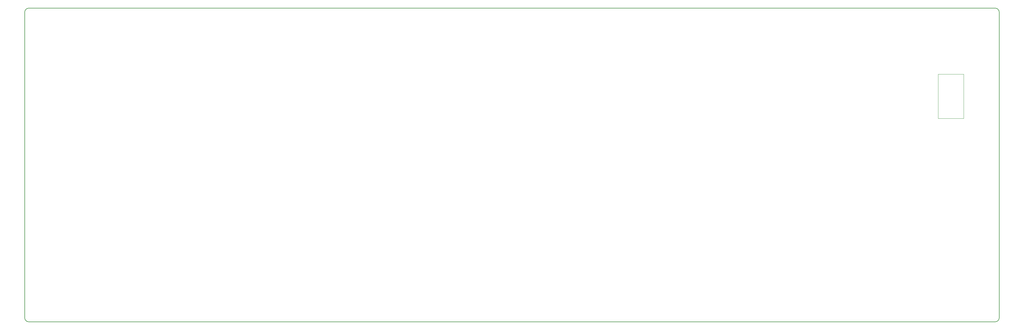
<source format=gbr>
%TF.GenerationSoftware,KiCad,Pcbnew,(6.0.8)*%
%TF.CreationDate,2022-10-10T20:20:44+01:00*%
%TF.ProjectId,keyboard-pcb,6b657962-6f61-4726-942d-7063622e6b69,1.0*%
%TF.SameCoordinates,Original*%
%TF.FileFunction,Profile,NP*%
%FSLAX46Y46*%
G04 Gerber Fmt 4.6, Leading zero omitted, Abs format (unit mm)*
G04 Created by KiCad (PCBNEW (6.0.8)) date 2022-10-10 20:20:44*
%MOMM*%
%LPD*%
G01*
G04 APERTURE LIST*
%TA.AperFunction,Profile*%
%ADD10C,0.200000*%
%TD*%
%TA.AperFunction,Profile*%
%ADD11C,0.120000*%
%TD*%
G04 APERTURE END LIST*
D10*
X370840000Y-104140000D02*
G75*
G03*
X369570000Y-102870000I-1270000J0D01*
G01*
X369570000Y-200660000D02*
X68580000Y-200660000D01*
X67310000Y-199390000D02*
X67310000Y-104140000D01*
X67310000Y-199390000D02*
G75*
G03*
X68580000Y-200660000I1270000J0D01*
G01*
X68580000Y-102870000D02*
G75*
G03*
X67310000Y-104140000I0J-1270000D01*
G01*
X370840000Y-104140000D02*
X370840000Y-199390000D01*
X369570000Y-200660000D02*
G75*
G03*
X370840000Y-199390000I0J1270000D01*
G01*
X68580000Y-102870000D02*
X369570000Y-102870000D01*
D11*
%TO.C,U1*%
X359777800Y-123481000D02*
X351777800Y-123481000D01*
X351777800Y-123481000D02*
X351777800Y-137256000D01*
X351777800Y-137256000D02*
X359777800Y-137256000D01*
X359777800Y-137256000D02*
X359777800Y-123481000D01*
%TD*%
M02*

</source>
